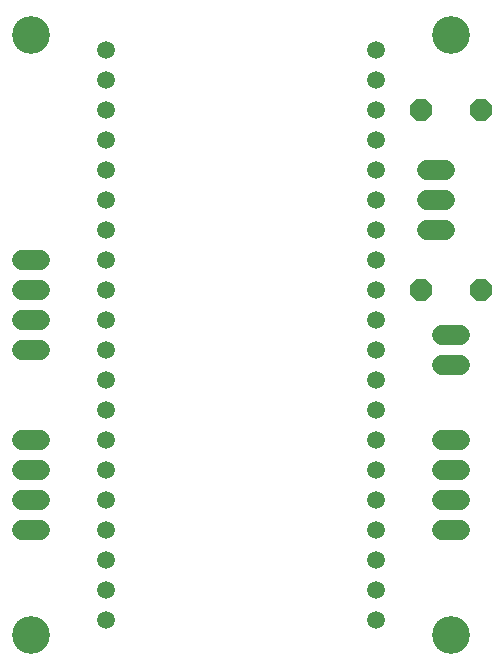
<source format=gbs>
G75*
%MOIN*%
%OFA0B0*%
%FSLAX25Y25*%
%IPPOS*%
%LPD*%
%AMOC8*
5,1,8,0,0,1.08239X$1,22.5*
%
%ADD10C,0.12611*%
%ADD11C,0.06737*%
%ADD12OC8,0.07100*%
%ADD13C,0.06800*%
%ADD14C,0.05950*%
D10*
X0021333Y0012000D03*
X0161333Y0012000D03*
X0161333Y0212000D03*
X0021333Y0212000D03*
D11*
X0024302Y0137000D02*
X0018365Y0137000D01*
X0018365Y0127000D02*
X0024302Y0127000D01*
X0024302Y0117000D02*
X0018365Y0117000D01*
X0018365Y0107000D02*
X0024302Y0107000D01*
X0024302Y0077000D02*
X0018365Y0077000D01*
X0018365Y0067000D02*
X0024302Y0067000D01*
X0024302Y0057000D02*
X0018365Y0057000D01*
X0018365Y0047000D02*
X0024302Y0047000D01*
X0158365Y0047000D02*
X0164302Y0047000D01*
X0164302Y0057000D02*
X0158365Y0057000D01*
X0158365Y0067000D02*
X0164302Y0067000D01*
X0164302Y0077000D02*
X0158365Y0077000D01*
X0158365Y0102000D02*
X0164302Y0102000D01*
X0164302Y0112000D02*
X0158365Y0112000D01*
D12*
X0151333Y0127000D03*
X0171333Y0127000D03*
X0171333Y0187000D03*
X0151333Y0187000D03*
D13*
X0153333Y0167000D02*
X0159333Y0167000D01*
X0159333Y0157000D02*
X0153333Y0157000D01*
X0153333Y0147000D02*
X0159333Y0147000D01*
D14*
X0136333Y0147000D03*
X0136333Y0157000D03*
X0136333Y0167000D03*
X0136333Y0177000D03*
X0136333Y0187000D03*
X0136333Y0197000D03*
X0136333Y0207000D03*
X0136333Y0137000D03*
X0136333Y0127000D03*
X0136333Y0117000D03*
X0136333Y0107000D03*
X0136333Y0097000D03*
X0136333Y0087000D03*
X0136333Y0077000D03*
X0136333Y0067000D03*
X0136333Y0057000D03*
X0136333Y0047000D03*
X0136333Y0037000D03*
X0136333Y0027000D03*
X0136333Y0017000D03*
X0046333Y0017000D03*
X0046333Y0027000D03*
X0046333Y0037000D03*
X0046333Y0047000D03*
X0046333Y0057000D03*
X0046333Y0067000D03*
X0046333Y0077000D03*
X0046333Y0087000D03*
X0046333Y0097000D03*
X0046333Y0107000D03*
X0046333Y0117000D03*
X0046333Y0127000D03*
X0046333Y0137000D03*
X0046333Y0147000D03*
X0046333Y0157000D03*
X0046333Y0167000D03*
X0046333Y0177000D03*
X0046333Y0187000D03*
X0046333Y0197000D03*
X0046333Y0207000D03*
M02*

</source>
